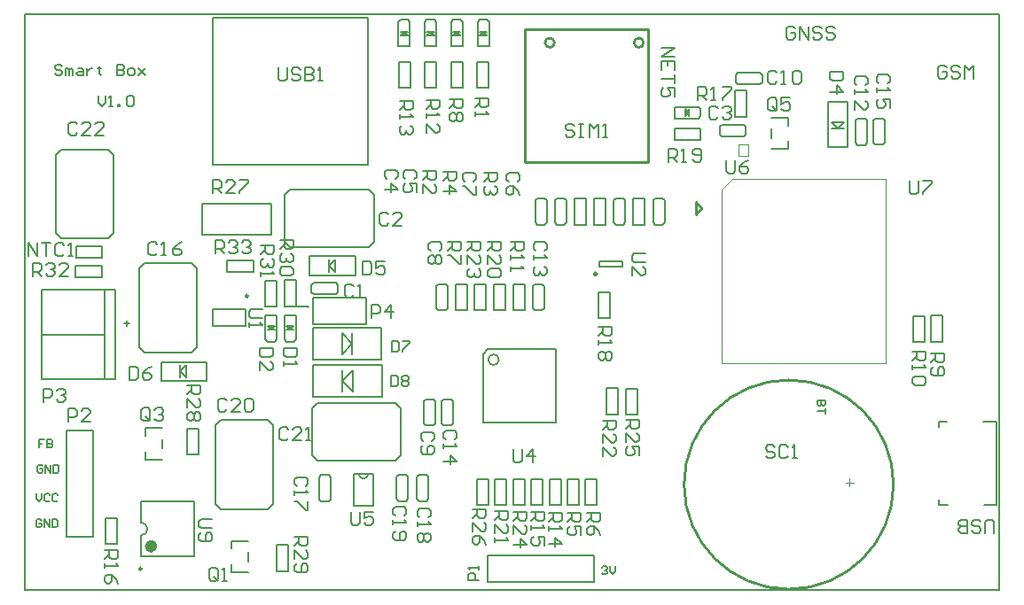
<source format=gto>
%FSLAX25Y25*%
%MOIN*%
G70*
G01*
G75*
%ADD10C,0.02000*%
%ADD11R,0.07874X0.07874*%
%ADD12R,0.03347X0.02756*%
%ADD13R,0.02756X0.08268*%
%ADD14R,0.02559X0.04843*%
%ADD15R,0.19685X0.05118*%
%ADD16R,0.04724X0.09843*%
%ADD17R,0.09843X0.05906*%
%ADD18O,0.01378X0.06890*%
%ADD19R,0.01378X0.01181*%
%ADD20R,0.01378X0.00984*%
%ADD21R,0.01181X0.01181*%
%ADD22O,0.04724X0.00984*%
%ADD23R,0.04724X0.01772*%
%ADD24O,0.04724X0.01772*%
%ADD25O,0.00984X0.04724*%
%ADD26O,0.01772X0.04724*%
%ADD27R,0.07480X0.05512*%
%ADD28R,0.05315X0.01654*%
%ADD29R,0.03937X0.03150*%
%ADD30R,0.03150X0.03937*%
%ADD31R,0.09843X0.11811*%
%ADD32O,0.07087X0.02362*%
%ADD33O,0.02362X0.07087*%
%ADD34O,0.03543X0.01969*%
%ADD35R,0.03543X0.01969*%
%ADD36O,0.03543X0.01969*%
%ADD37R,0.01575X0.03347*%
%ADD38R,0.03937X0.02362*%
%ADD39R,0.02756X0.03347*%
G04:AMPARAMS|DCode=40|XSize=35.43mil|YSize=157.48mil|CornerRadius=1.77mil|HoleSize=0mil|Usage=FLASHONLY|Rotation=0.000|XOffset=0mil|YOffset=0mil|HoleType=Round|Shape=RoundedRectangle|*
%AMROUNDEDRECTD40*
21,1,0.03543,0.15394,0,0,0.0*
21,1,0.03189,0.15748,0,0,0.0*
1,1,0.00354,0.01595,-0.07697*
1,1,0.00354,-0.01595,-0.07697*
1,1,0.00354,-0.01595,0.07697*
1,1,0.00354,0.01595,0.07697*
%
%ADD40ROUNDEDRECTD40*%
%ADD41R,0.05906X0.03937*%
%ADD42R,0.05118X0.19685*%
%ADD43R,0.03937X0.05906*%
%ADD44C,0.04000*%
%ADD45C,0.01000*%
%ADD46C,0.01500*%
%ADD47C,0.00800*%
%ADD48C,0.03000*%
%ADD49C,0.07000*%
%ADD50R,0.16830X0.03653*%
%ADD51C,0.00500*%
%ADD52C,0.05906*%
%ADD53R,0.05906X0.05906*%
%ADD54C,0.11811*%
%ADD55O,0.07874X0.15748*%
%ADD56C,0.03228*%
%ADD57R,0.05906X0.05906*%
%ADD58C,0.07874*%
%ADD59R,0.07874X0.07874*%
%ADD60O,0.11811X0.07874*%
%ADD61R,0.11811X0.07874*%
G04:AMPARAMS|DCode=62|XSize=51.18mil|YSize=173.23mil|CornerRadius=2.56mil|HoleSize=0mil|Usage=FLASHONLY|Rotation=0.000|XOffset=0mil|YOffset=0mil|HoleType=Round|Shape=RoundedRectangle|*
%AMROUNDEDRECTD62*
21,1,0.05118,0.16811,0,0,0.0*
21,1,0.04606,0.17323,0,0,0.0*
1,1,0.00512,0.02303,-0.08406*
1,1,0.00512,-0.02303,-0.08406*
1,1,0.00512,-0.02303,0.08406*
1,1,0.00512,0.02303,0.08406*
%
%ADD62ROUNDEDRECTD62*%
%ADD63C,0.03000*%
%ADD64C,0.04000*%
%ADD65C,0.02000*%
%ADD66C,0.06000*%
%ADD67R,0.03937X0.07087*%
%ADD68R,0.11811X0.08661*%
%ADD69C,0.00984*%
%ADD70C,0.02362*%
%ADD71C,0.00787*%
%ADD72C,0.00300*%
%ADD73C,0.00400*%
%ADD74C,0.00493*%
%ADD75C,0.00700*%
D45*
X175539Y-80200D02*
G03*
X175539Y-80200I-583J0D01*
G01*
X287015Y-159500D02*
G03*
X287015Y-159500I-39370J0D01*
G01*
X194656Y-38300D02*
Y11800D01*
X148556D02*
X194656D01*
X148556Y-38300D02*
Y11800D01*
Y-38300D02*
X194656D01*
X212606Y-57650D02*
Y-53150D01*
Y-57650D02*
X214856Y-55400D01*
X212606Y-53150D02*
X214856Y-55400D01*
X193037Y6781D02*
G03*
X193037Y6781I-1772J0D01*
G01*
X159572D02*
G03*
X159572Y6781I-1772J0D01*
G01*
D47*
X176525Y-77500D02*
Y-75500D01*
X185187D01*
Y-77500D02*
Y-75500D01*
X176525Y-77500D02*
X185187D01*
D51*
X138656Y-112500D02*
G03*
X138656Y-112500I-2000J0D01*
G01*
X85990Y-155438D02*
G03*
X89533Y-155438I1772J0D01*
G01*
X94718Y-126406D02*
Y-114594D01*
X68734D02*
X94718D01*
X68734Y-126406D02*
Y-114594D01*
Y-126406D02*
X94718D01*
X83694Y-124437D02*
Y-116563D01*
X79757Y-124437D02*
Y-116563D01*
Y-120500D02*
X83694Y-124437D01*
X79757Y-120500D02*
X83694Y-116563D01*
X68582Y-112406D02*
Y-100594D01*
Y-112406D02*
X94566D01*
Y-100594D01*
X68582D02*
X94566D01*
X79606Y-110437D02*
Y-102563D01*
X83543Y-110437D02*
Y-102563D01*
X79606D02*
X83543Y-106500D01*
X79606Y-110437D02*
X83543Y-106500D01*
X130591Y14587D02*
X131378Y15374D01*
X132756Y9567D02*
Y10945D01*
X134134Y9567D01*
X131378D02*
X132756Y10945D01*
X131378Y9567D02*
X134134D01*
X131378Y10945D02*
X134134D01*
X134134Y15374D02*
X134921Y14587D01*
X130591Y5531D02*
Y14587D01*
X131378Y15374D02*
X134134D01*
X134921Y5531D02*
Y14587D01*
X130591Y5531D02*
X134921D01*
X120691Y14587D02*
X121478Y15374D01*
X122856Y9567D02*
Y10945D01*
X124234Y9567D01*
X121478D02*
X122856Y10945D01*
X121478Y9567D02*
X124234D01*
X121478Y10945D02*
X124234D01*
X124234Y15374D02*
X125021Y14587D01*
X120691Y5531D02*
Y14587D01*
X121478Y15374D02*
X124234D01*
X125021Y5531D02*
Y14587D01*
X120691Y5531D02*
X125021D01*
X110791Y14587D02*
X111578Y15374D01*
X112956Y9567D02*
Y10945D01*
X114334Y9567D01*
X111578D02*
X112956Y10945D01*
X111578Y9567D02*
X114334D01*
X111578Y10945D02*
X114334D01*
X114334Y15374D02*
X115121Y14587D01*
X110791Y5531D02*
Y14587D01*
X111578Y15374D02*
X114334D01*
X115121Y5531D02*
Y14587D01*
X110791Y5531D02*
X115121D01*
X100891Y14587D02*
X101678Y15374D01*
X103056Y9567D02*
Y10945D01*
X104434Y9567D01*
X101678D02*
X103056Y10945D01*
X101678Y9567D02*
X104434D01*
X101678Y10945D02*
X104434D01*
X104434Y15374D02*
X105221Y14587D01*
X100891Y5531D02*
Y14587D01*
X101678Y15374D02*
X104434D01*
X105221Y5531D02*
Y14587D01*
X100891Y5531D02*
X105221D01*
X66759Y-92469D02*
X67169Y-92878D01*
X62321Y-92469D02*
X66759D01*
X305265Y-105774D02*
Y-95932D01*
X300935Y-105774D02*
Y-95932D01*
X305265D01*
X300935Y-105774D02*
X305265D01*
X298821Y-105874D02*
Y-96031D01*
X294491Y-105874D02*
Y-96031D01*
X298821D01*
X294491Y-105874D02*
X298821D01*
X-27927Y-64875D02*
X-25958Y-66843D01*
X-8242D02*
X-6273Y-64875D01*
X-27927Y-35347D02*
X-25958Y-33379D01*
Y-66843D02*
X-8242D01*
X-25958Y-33379D02*
X-8242D01*
X-6273Y-64875D02*
Y-35347D01*
X-27927Y-64875D02*
Y-35347D01*
X-8242Y-33379D02*
X-6273Y-35347D01*
X53206Y-65505D02*
Y-53694D01*
X27221D02*
X53206D01*
X27221Y-65505D02*
Y-53694D01*
Y-65505D02*
X53206D01*
X31188Y-39000D02*
X89456D01*
X31188D02*
Y16118D01*
X89456D01*
Y-39000D02*
Y16118D01*
X134561Y-108579D02*
X160152D01*
X132593Y-110547D02*
X134562Y-108579D01*
X132593Y-136138D02*
Y-110547D01*
X132593Y-136138D02*
X160152D01*
Y-108579D01*
X320656Y-135752D02*
X325609D01*
X321056Y-167300D02*
X325609D01*
X303956D02*
X307556D01*
X303956D02*
Y-165300D01*
Y-137721D02*
Y-135752D01*
X306956D01*
X325609Y-167300D02*
Y-135752D01*
X84218Y-167642D02*
Y-155438D01*
X91305D01*
X84218Y-167642D02*
X91305D01*
Y-155438D01*
X37988Y-192469D02*
X44287D01*
X37988Y-180657D02*
X44287D01*
Y-188335D02*
Y-184791D01*
X37988Y-192469D02*
Y-189516D01*
Y-183610D02*
Y-180657D01*
X-33286Y-103000D02*
X-9664D01*
X-33286Y-86189D02*
X-5727D01*
X-33286Y-119811D02*
X-5727D01*
X-33286D02*
Y-86189D01*
X-5727Y-119811D02*
Y-86189D01*
X-9664Y-119811D02*
Y-86189D01*
X-10526Y-74121D02*
Y-69791D01*
X-20369Y-74121D02*
Y-69791D01*
Y-74121D02*
X-10526D01*
X-20369Y-69791D02*
X-10526D01*
X263656Y-25400D02*
X268380D01*
X266018D02*
X268380Y-23038D01*
X263656D02*
X268380D01*
X263656D02*
X266018Y-25400D01*
X262513Y-15441D02*
X269599D01*
X262513Y-32500D02*
Y-15441D01*
Y-32500D02*
X269599D01*
Y-15441D01*
X89653Y-70027D02*
X91621Y-68058D01*
X60125Y-48373D02*
X89653D01*
X60125Y-70027D02*
X89653D01*
X91621Y-68058D02*
Y-50342D01*
X58157Y-68058D02*
Y-50342D01*
X89653Y-48373D02*
X91621Y-50342D01*
X58157Y-68058D02*
X60125Y-70027D01*
X58157Y-50342D02*
X60125Y-48373D01*
X68226Y-87178D02*
X69013Y-87965D01*
X68226Y-84422D02*
X69013Y-83635D01*
X77281D02*
X78069Y-84422D01*
X77281Y-87965D02*
X78069Y-87178D01*
X69013Y-87965D02*
X77281D01*
X78069Y-87178D02*
Y-84422D01*
X68226Y-87178D02*
Y-84422D01*
X69013Y-83635D02*
X77281D01*
X204731Y-21665D02*
Y-17335D01*
Y-21665D02*
X213787D01*
X214574Y-20878D02*
Y-18122D01*
X204731Y-17335D02*
X213787D01*
X213787Y-21665D02*
X214574Y-20878D01*
X210145Y-20878D02*
Y-18122D01*
X208767Y-20878D02*
Y-18122D01*
X210145Y-19500D01*
X208767Y-20878D02*
X210145Y-19500D01*
X208767D02*
X210145D01*
X213787Y-17335D02*
X214574Y-18122D01*
X150791Y-157426D02*
X155121D01*
X150791Y-167269D02*
X155121D01*
Y-157426D01*
X150791Y-167269D02*
Y-157426D01*
X171191Y-167269D02*
X175521D01*
X171191Y-157426D02*
X175521D01*
X171191Y-167269D02*
Y-157426D01*
X175521Y-167269D02*
Y-157426D01*
X157590Y-167269D02*
X161921D01*
X157590Y-157426D02*
X161921D01*
X157590Y-167269D02*
Y-157426D01*
X161921Y-167269D02*
Y-157426D01*
X117091Y-128113D02*
X117878Y-127326D01*
X120634D02*
X121421Y-128113D01*
X120634Y-137169D02*
X121421Y-136381D01*
X117091D02*
X117878Y-137169D01*
X117091Y-136381D02*
Y-128113D01*
X117878Y-137169D02*
X120634D01*
X117878Y-127326D02*
X120634D01*
X121421Y-136381D02*
Y-128113D01*
X151291Y-84813D02*
X152078Y-84026D01*
X154834D02*
X155621Y-84813D01*
X154834Y-93868D02*
X155621Y-93081D01*
X151291D02*
X152078Y-93868D01*
X151291Y-93081D02*
Y-84813D01*
X152078Y-93868D02*
X154834D01*
X152078Y-84026D02*
X154834D01*
X155621Y-93081D02*
Y-84813D01*
X113978Y-137174D02*
X114765Y-136387D01*
X110435D02*
X111222Y-137174D01*
X110435Y-128119D02*
X111222Y-127331D01*
X113978D02*
X114765Y-128119D01*
Y-136387D02*
Y-128119D01*
X111222Y-127331D02*
X113978D01*
X111222Y-137174D02*
X113978D01*
X110435Y-136387D02*
Y-128119D01*
X164391Y-157426D02*
X168721D01*
X164391Y-167269D02*
X168721D01*
Y-157426D01*
X164391Y-167269D02*
Y-157426D01*
X100935Y-10174D02*
X105265D01*
X100935Y-332D02*
X105265D01*
X100935Y-10174D02*
Y-332D01*
X105265Y-10174D02*
Y-332D01*
X110691Y-10174D02*
X115021D01*
X110691Y-332D02*
X115021D01*
X110691Y-10174D02*
Y-332D01*
X115021Y-10174D02*
Y-332D01*
X120591Y-10174D02*
X124921D01*
X120591Y-332D02*
X124921D01*
X120591Y-10174D02*
Y-332D01*
X124921Y-10174D02*
Y-332D01*
X115091Y-84813D02*
X115878Y-84026D01*
X118634D02*
X119421Y-84813D01*
X118634Y-93868D02*
X119421Y-93081D01*
X115091D02*
X115878Y-93868D01*
X115091Y-93081D02*
Y-84813D01*
X115878Y-93868D02*
X118634D01*
X115878Y-84026D02*
X118634D01*
X119421Y-93081D02*
Y-84813D01*
X130491Y-10174D02*
X134821D01*
X130491Y-332D02*
X134821D01*
X130491Y-10174D02*
Y-332D01*
X134821Y-10174D02*
Y-332D01*
X122331Y-84026D02*
X126661D01*
X122331Y-93868D02*
X126661D01*
Y-84026D01*
X122331Y-93868D02*
Y-84026D01*
X144051Y-93868D02*
X148381D01*
X144051Y-84026D02*
X148381D01*
X144051Y-93868D02*
Y-84026D01*
X148381Y-93868D02*
Y-84026D01*
X130391Y-157426D02*
X134721D01*
X130391Y-167269D02*
X134721D01*
Y-157426D01*
X130391Y-167269D02*
Y-157426D01*
X240968Y-21431D02*
X247268D01*
X240968Y-33242D02*
X247268D01*
X240968Y-29109D02*
Y-25565D01*
X247268Y-24384D02*
Y-21431D01*
Y-33242D02*
Y-30290D01*
X186391Y-133174D02*
X190721D01*
X186391Y-123331D02*
X190721D01*
X186391Y-133174D02*
Y-123331D01*
X190721Y-133174D02*
Y-123331D01*
X129571Y-93868D02*
X133901D01*
X129571Y-84026D02*
X133901D01*
X129571Y-93868D02*
Y-84026D01*
X133901Y-93868D02*
Y-84026D01*
X143991Y-157426D02*
X148321D01*
X143991Y-167269D02*
X148321D01*
Y-157426D01*
X143991Y-167269D02*
Y-157426D01*
X179091Y-123226D02*
X183421D01*
X179091Y-133069D02*
X183421D01*
Y-123226D01*
X179091Y-133069D02*
Y-123226D01*
X136811Y-84026D02*
X141141D01*
X136811Y-93868D02*
X141141D01*
Y-84026D01*
X136811Y-93868D02*
Y-84026D01*
X137191Y-167269D02*
X141521D01*
X137191Y-157426D02*
X141521D01*
X137191Y-167269D02*
Y-157426D01*
X141521Y-167269D02*
Y-157426D01*
X272791Y-22613D02*
X273578Y-21826D01*
X276334D02*
X277121Y-22613D01*
X276334Y-31668D02*
X277121Y-30881D01*
X272791D02*
X273578Y-31668D01*
X272791Y-30881D02*
Y-22613D01*
X273578Y-31668D02*
X276334D01*
X273578Y-21826D02*
X276334D01*
X277121Y-30881D02*
Y-22613D01*
X279391Y-22513D02*
X280178Y-21726D01*
X282934D02*
X283721Y-22513D01*
X282934Y-31569D02*
X283721Y-30781D01*
X279391D02*
X280178Y-31569D01*
X279391Y-30781D02*
Y-22513D01*
X280178Y-31569D02*
X282934D01*
X280178Y-21726D02*
X282934D01*
X283721Y-30781D02*
Y-22513D01*
X214574Y-29665D02*
Y-25335D01*
X204731Y-29665D02*
Y-25335D01*
Y-29665D02*
X214574D01*
X204731Y-25335D02*
X214574D01*
X176135Y-96974D02*
X180465D01*
X176135Y-87132D02*
X180465D01*
X176135Y-96974D02*
Y-87132D01*
X180465Y-96974D02*
Y-87132D01*
X196590Y-52619D02*
X197378Y-51832D01*
X200134D02*
X200921Y-52619D01*
X200134Y-61674D02*
X200921Y-60887D01*
X196590D02*
X197378Y-61674D01*
X196590Y-60887D02*
Y-52619D01*
X197378Y-61674D02*
X200134D01*
X197378Y-51832D02*
X200134D01*
X200921Y-60887D02*
Y-52619D01*
X181824D02*
X182611Y-51832D01*
X185367D02*
X186155Y-52619D01*
X185367Y-61674D02*
X186155Y-60887D01*
X181824D02*
X182611Y-61674D01*
X181824Y-60887D02*
Y-52619D01*
X182611Y-61674D02*
X185367D01*
X182611Y-51832D02*
X185367D01*
X186155Y-60887D02*
Y-52619D01*
X174441Y-61674D02*
X178771D01*
X174441Y-51832D02*
X178771D01*
X174441Y-61674D02*
Y-51832D01*
X178771Y-61674D02*
Y-51832D01*
X189207Y-61674D02*
X193538D01*
X189207Y-51832D02*
X193538D01*
X189207Y-61674D02*
Y-51832D01*
X193538Y-61674D02*
Y-51832D01*
X167057Y-61674D02*
X171388D01*
X167057Y-51832D02*
X171388D01*
X167057Y-61674D02*
Y-51832D01*
X171388Y-61674D02*
Y-51832D01*
X152291Y-52619D02*
X153078Y-51832D01*
X155834D02*
X156621Y-52619D01*
X155834Y-61674D02*
X156621Y-60887D01*
X152291D02*
X153078Y-61674D01*
X152291Y-60887D02*
Y-52619D01*
X153078Y-61674D02*
X155834D01*
X153078Y-51832D02*
X155834D01*
X156621Y-60887D02*
Y-52619D01*
X159674D02*
X160461Y-51832D01*
X163217D02*
X164005Y-52619D01*
X163217Y-61674D02*
X164005Y-60887D01*
X159674D02*
X160461Y-61674D01*
X159674Y-60887D02*
Y-52619D01*
X160461Y-61674D02*
X163217D01*
X160461Y-51832D02*
X163217D01*
X164005Y-60887D02*
Y-52619D01*
X221726Y-27678D02*
X222513Y-28465D01*
X221726Y-24922D02*
X222513Y-24135D01*
X230781D02*
X231569Y-24922D01*
X230781Y-28465D02*
X231569Y-27678D01*
X222513Y-28465D02*
X230781D01*
X231569Y-27678D02*
Y-24922D01*
X221726Y-27678D02*
Y-24922D01*
X222513Y-24135D02*
X230781D01*
X236842Y-4635D02*
X237630Y-5422D01*
X236842Y-8965D02*
X237630Y-8178D01*
X227787D02*
X228575Y-8965D01*
X227787Y-5422D02*
X228575Y-4635D01*
X236842D01*
X227787Y-8178D02*
Y-5422D01*
X237630Y-8178D02*
Y-5422D01*
X228575Y-8965D02*
X236842D01*
X227435Y-11226D02*
X231765D01*
X227435Y-21068D02*
X231765D01*
Y-11226D01*
X227435Y-21068D02*
Y-11226D01*
X36550Y-79568D02*
Y-75237D01*
X46393Y-79568D02*
Y-75237D01*
X36550D02*
X46393D01*
X36550Y-79568D02*
X46393D01*
X99909Y-150527D02*
X101877Y-148558D01*
X70381Y-128873D02*
X99909D01*
X70381Y-150527D02*
X99909D01*
X101877Y-148558D02*
Y-130842D01*
X68413Y-148558D02*
Y-130842D01*
X99909Y-128873D02*
X101877Y-130842D01*
X68413Y-148558D02*
X70381Y-150527D01*
X68413Y-130842D02*
X70381Y-128873D01*
X18800Y-119224D02*
Y-114500D01*
Y-116862D02*
X21162Y-119224D01*
Y-114500D01*
X18800Y-116862D02*
X21162Y-114500D01*
X28759Y-120443D02*
Y-113357D01*
X11700D02*
X28759D01*
X11700Y-120443D02*
Y-113357D01*
Y-120443D02*
X28759D01*
X61534Y-105674D02*
X62321Y-104887D01*
X60156Y-101245D02*
Y-99867D01*
X58778D02*
X60156Y-101245D01*
X61534Y-99867D01*
X58778D02*
X61534D01*
X58778Y-101245D02*
X61534D01*
X57991Y-104887D02*
X58778Y-105674D01*
X62321Y-104887D02*
Y-95832D01*
X58778Y-105674D02*
X61534D01*
X57991Y-104887D02*
Y-95832D01*
X62321D01*
X54412Y-105707D02*
X55199Y-104920D01*
X53034Y-101278D02*
Y-99900D01*
X51656D02*
X53034Y-101278D01*
X54412Y-99900D01*
X51656D02*
X54412D01*
X51656Y-101278D02*
X54412D01*
X50868Y-104920D02*
X51656Y-105707D01*
X55199Y-104920D02*
Y-95865D01*
X51656Y-105707D02*
X54412D01*
X50868Y-104920D02*
Y-95865D01*
X55199D01*
X-20474Y-81521D02*
Y-77191D01*
X-10632Y-81521D02*
Y-77191D01*
X-20474D02*
X-10632D01*
X-20474Y-81521D02*
X-10632D01*
X57991Y-82626D02*
X62321D01*
X57991Y-92469D02*
X62321D01*
Y-82626D01*
X57991Y-92469D02*
Y-82626D01*
X50769Y-82659D02*
X55099D01*
X50769Y-92502D02*
X55099D01*
Y-82659D01*
X50769Y-92502D02*
Y-82659D01*
X55090Y-192074D02*
X59421D01*
X55090Y-182231D02*
X59421D01*
X55090Y-192074D02*
Y-182231D01*
X59421Y-192074D02*
Y-182231D01*
X74628Y-79490D02*
Y-74766D01*
Y-77128D02*
X76990Y-79490D01*
Y-74766D01*
X74628Y-77128D02*
X76990Y-74766D01*
X84587Y-80709D02*
Y-73623D01*
X67528D02*
X84587D01*
X67528Y-80709D02*
Y-73623D01*
Y-80709D02*
X84587D01*
X5832Y-150068D02*
X12132D01*
X5832Y-138258D02*
X12132D01*
Y-145935D02*
Y-142391D01*
X5832Y-150068D02*
Y-147116D01*
Y-141210D02*
Y-138258D01*
X21535Y-138326D02*
X25865D01*
X21535Y-148169D02*
X25865D01*
Y-138326D01*
X21535Y-148169D02*
Y-138326D01*
X74634Y-165774D02*
X75421Y-164987D01*
X71091D02*
X71878Y-165774D01*
X71091Y-156719D02*
X71878Y-155931D01*
X74634D02*
X75421Y-156719D01*
Y-164987D02*
Y-156719D01*
X71878Y-155931D02*
X74634D01*
X71878Y-165774D02*
X74634D01*
X71091Y-164987D02*
Y-156719D01*
X32173Y-166753D02*
X34142Y-168721D01*
X53827Y-166753D02*
Y-137225D01*
X32173Y-166753D02*
Y-137225D01*
X34142Y-168721D02*
X51858D01*
X34142Y-135257D02*
X51858D01*
Y-168721D02*
X53827Y-166753D01*
X32173Y-137225D02*
X34142Y-135257D01*
X51858D02*
X53827Y-137225D01*
X23058Y-76279D02*
X25027Y-78247D01*
X3373Y-107775D02*
Y-78247D01*
X25027Y-107775D02*
Y-78247D01*
X5342Y-76279D02*
X23058D01*
X5342Y-109743D02*
X23058D01*
X3373Y-78247D02*
X5342Y-76279D01*
X23058Y-109743D02*
X25027Y-107775D01*
X3373D02*
X5342Y-109743D01*
X-9309Y-172026D02*
X-4979D01*
X-9309Y-181869D02*
X-4979D01*
Y-172026D01*
X-9309Y-181869D02*
Y-172026D01*
X100235Y-156613D02*
X101022Y-155826D01*
X103778D02*
X104565Y-156613D01*
X103778Y-165668D02*
X104565Y-164881D01*
X100235D02*
X101022Y-165668D01*
X100235Y-164881D02*
Y-156613D01*
X101022Y-165668D02*
X103778D01*
X101022Y-155826D02*
X103778D01*
X104565Y-164881D02*
Y-156613D01*
X111378Y-165674D02*
X112165Y-164887D01*
X107835D02*
X108622Y-165674D01*
X107835Y-156619D02*
X108622Y-155832D01*
X111378D02*
X112165Y-156619D01*
Y-164887D02*
Y-156619D01*
X108622Y-155832D02*
X111378D01*
X108622Y-165674D02*
X111378D01*
X107835Y-164887D02*
Y-156619D01*
X98100Y-118501D02*
Y-122500D01*
X100099D01*
X100766Y-121834D01*
Y-119168D01*
X100099Y-118501D01*
X98100D01*
X102099Y-119168D02*
X102765Y-118501D01*
X104098D01*
X104764Y-119168D01*
Y-119834D01*
X104098Y-120501D01*
X104764Y-121167D01*
Y-121834D01*
X104098Y-122500D01*
X102765D01*
X102099Y-121834D01*
Y-121167D01*
X102765Y-120501D01*
X102099Y-119834D01*
Y-119168D01*
X102765Y-120501D02*
X104098D01*
X98300Y-105401D02*
Y-109400D01*
X100299D01*
X100966Y-108733D01*
Y-106068D01*
X100299Y-105401D01*
X98300D01*
X102299D02*
X104964D01*
Y-106068D01*
X102299Y-108733D01*
Y-109400D01*
X131050Y-195550D02*
X127051D01*
Y-193551D01*
X127718Y-192884D01*
X129051D01*
X129717Y-193551D01*
Y-195550D01*
X131050Y-191551D02*
Y-190218D01*
Y-190885D01*
X127051D01*
X127718Y-191551D01*
X-12000Y-13001D02*
Y-15667D01*
X-10667Y-17000D01*
X-9334Y-15667D01*
Y-13001D01*
X-8001Y-17000D02*
X-6668D01*
X-7335D01*
Y-13001D01*
X-8001Y-13668D01*
X-4669Y-17000D02*
Y-16333D01*
X-4003D01*
Y-17000D01*
X-4669D01*
X-1337Y-13668D02*
X-670Y-13001D01*
X663D01*
X1329Y-13668D01*
Y-16333D01*
X663Y-17000D01*
X-670D01*
X-1337Y-16333D01*
Y-13668D01*
X-25434Y-2268D02*
X-26101Y-1601D01*
X-27434D01*
X-28100Y-2268D01*
Y-2934D01*
X-27434Y-3601D01*
X-26101D01*
X-25434Y-4267D01*
Y-4934D01*
X-26101Y-5600D01*
X-27434D01*
X-28100Y-4934D01*
X-24101Y-5600D02*
Y-2934D01*
X-23435D01*
X-22768Y-3601D01*
Y-5600D01*
Y-3601D01*
X-22102Y-2934D01*
X-21436Y-3601D01*
Y-5600D01*
X-19436Y-2934D02*
X-18103D01*
X-17437Y-3601D01*
Y-5600D01*
X-19436D01*
X-20103Y-4934D01*
X-19436Y-4267D01*
X-17437D01*
X-16104Y-2934D02*
Y-5600D01*
Y-4267D01*
X-15437Y-3601D01*
X-14771Y-2934D01*
X-14105D01*
X-11439Y-2268D02*
Y-2934D01*
X-12105D01*
X-10772D01*
X-11439D01*
Y-4934D01*
X-10772Y-5600D01*
X-4774Y-1601D02*
Y-5600D01*
X-2775D01*
X-2108Y-4934D01*
Y-4267D01*
X-2775Y-3601D01*
X-4774D01*
X-2775D01*
X-2108Y-2934D01*
Y-2268D01*
X-2775Y-1601D01*
X-4774D01*
X-109Y-5600D02*
X1224D01*
X1890Y-4934D01*
Y-3601D01*
X1224Y-2934D01*
X-109D01*
X-776Y-3601D01*
Y-4934D01*
X-109Y-5600D01*
X3223Y-2934D02*
X5889Y-5600D01*
X4556Y-4267D01*
X5889Y-2934D01*
X3223Y-5600D01*
X261399Y-127800D02*
X258400D01*
Y-129299D01*
X258900Y-129799D01*
X259400D01*
X259899Y-129299D01*
Y-127800D01*
Y-129299D01*
X260399Y-129799D01*
X260899D01*
X261399Y-129299D01*
Y-127800D01*
Y-130799D02*
Y-132798D01*
Y-131799D01*
X258400D01*
X-32101Y-142501D02*
X-34100D01*
Y-144000D01*
X-33100D01*
X-34100D01*
Y-145500D01*
X-31101Y-142501D02*
Y-145500D01*
X-29601D01*
X-29102Y-145000D01*
Y-144500D01*
X-29601Y-144000D01*
X-31101D01*
X-29601D01*
X-29102Y-143501D01*
Y-143001D01*
X-29601Y-142501D01*
X-31101D01*
X-32901Y-152601D02*
X-33400Y-152101D01*
X-34400D01*
X-34900Y-152601D01*
Y-154600D01*
X-34400Y-155100D01*
X-33400D01*
X-32901Y-154600D01*
Y-153601D01*
X-33900D01*
X-31901Y-155100D02*
Y-152101D01*
X-29902Y-155100D01*
Y-152101D01*
X-28902D02*
Y-155100D01*
X-27402D01*
X-26903Y-154600D01*
Y-152601D01*
X-27402Y-152101D01*
X-28902D01*
X-35200Y-162901D02*
Y-164900D01*
X-34200Y-165900D01*
X-33201Y-164900D01*
Y-162901D01*
X-30202Y-163401D02*
X-30701Y-162901D01*
X-31701D01*
X-32201Y-163401D01*
Y-165400D01*
X-31701Y-165900D01*
X-30701D01*
X-30202Y-165400D01*
X-27203Y-163401D02*
X-27702Y-162901D01*
X-28702D01*
X-29202Y-163401D01*
Y-165400D01*
X-28702Y-165900D01*
X-27702D01*
X-27203Y-165400D01*
X-33301Y-173101D02*
X-33801Y-172601D01*
X-34800D01*
X-35300Y-173101D01*
Y-175100D01*
X-34800Y-175600D01*
X-33801D01*
X-33301Y-175100D01*
Y-174100D01*
X-34300D01*
X-32301Y-175600D02*
Y-172601D01*
X-30302Y-175600D01*
Y-172601D01*
X-29302D02*
Y-175600D01*
X-27802D01*
X-27303Y-175100D01*
Y-173101D01*
X-27802Y-172601D01*
X-29302D01*
X177300Y-190701D02*
X177800Y-190201D01*
X178799D01*
X179299Y-190701D01*
Y-191201D01*
X178799Y-191700D01*
X178300D01*
X178799D01*
X179299Y-192200D01*
Y-192700D01*
X178799Y-193200D01*
X177800D01*
X177300Y-192700D01*
X180299Y-190201D02*
Y-192200D01*
X181299Y-193200D01*
X182298Y-192200D01*
Y-190201D01*
X-1201Y-97900D02*
Y-99899D01*
X-201Y-98900D02*
X-2200D01*
X-39500Y-199135D02*
Y17400D01*
Y-199135D02*
X326642D01*
Y17400D01*
X-39500D02*
X326642D01*
D69*
X44441Y-88533D02*
G03*
X44441Y-88533I-492J0D01*
G01*
X4374Y-191200D02*
G03*
X4374Y-191200I-492J0D01*
G01*
D70*
X9079Y-182696D02*
G03*
X9079Y-182696I-1181J0D01*
G01*
D71*
X3961Y-178700D02*
G03*
X3961Y-173700I0J2500D01*
G01*
X174400Y-196200D02*
Y-186200D01*
X134400Y-196200D02*
X174400D01*
X134400Y-186200D02*
X174400D01*
X134400Y-196200D02*
Y-186200D01*
X88700Y-99200D02*
Y-89200D01*
X68700Y-99200D02*
X88700D01*
X68700D02*
Y-89200D01*
X88700D01*
X31154Y-99852D02*
Y-93553D01*
X43358Y-99852D02*
Y-93553D01*
X31154Y-99852D02*
X43358D01*
X31154Y-93553D02*
X43358D01*
X24039Y-186633D02*
Y-165767D01*
X3961Y-173700D02*
Y-165767D01*
Y-186633D02*
Y-178700D01*
Y-165767D02*
X24039D01*
X3961Y-186633D02*
X24039D01*
X-23944Y-139300D02*
X-13944D01*
Y-179300D02*
Y-139300D01*
X-23944Y-179300D02*
Y-139300D01*
Y-179300D02*
X-13944D01*
D72*
X228900Y-35800D02*
Y-31469D01*
Y-35800D02*
X232443D01*
X228900Y-31469D02*
X232443D01*
Y-35800D02*
Y-31469D01*
D73*
X222250Y-113865D02*
Y-103000D01*
Y-48573D01*
X284061Y-113865D02*
Y-44573D01*
X222250Y-113865D02*
X284061D01*
X226250Y-44573D02*
X284061D01*
X222250Y-48573D02*
X226250Y-44573D01*
D74*
X270556Y-160300D02*
Y-157100D01*
X269156Y-158800D02*
X271956D01*
D75*
X-19768Y-23935D02*
X-20601Y-23102D01*
X-22267D01*
X-23100Y-23935D01*
Y-27267D01*
X-22267Y-28100D01*
X-20601D01*
X-19768Y-27267D01*
X-14769Y-28100D02*
X-18102D01*
X-14769Y-24768D01*
Y-23935D01*
X-15602Y-23102D01*
X-17269D01*
X-18102Y-23935D01*
X-9771Y-28100D02*
X-13103D01*
X-9771Y-24768D01*
Y-23935D01*
X-10604Y-23102D01*
X-12270D01*
X-13103Y-23935D01*
X49598Y-93600D02*
X45433D01*
X44600Y-94433D01*
Y-96099D01*
X45433Y-96932D01*
X49598D01*
X44600Y-98598D02*
Y-100265D01*
Y-99431D01*
X49598D01*
X48765Y-98598D01*
X224200Y-37402D02*
Y-41567D01*
X225033Y-42400D01*
X226699D01*
X227532Y-41567D01*
Y-37402D01*
X232531D02*
X230865Y-38235D01*
X229198Y-39901D01*
Y-41567D01*
X230031Y-42400D01*
X231698D01*
X232531Y-41567D01*
Y-40734D01*
X231698Y-39901D01*
X229198D01*
X55600Y-2502D02*
Y-6667D01*
X56433Y-7500D01*
X58099D01*
X58932Y-6667D01*
Y-2502D01*
X63931Y-3335D02*
X63098Y-2502D01*
X61431D01*
X60598Y-3335D01*
Y-4168D01*
X61431Y-5001D01*
X63098D01*
X63931Y-5834D01*
Y-6667D01*
X63098Y-7500D01*
X61431D01*
X60598Y-6667D01*
X65597Y-2502D02*
Y-7500D01*
X68096D01*
X68929Y-6667D01*
Y-5834D01*
X68096Y-5001D01*
X65597D01*
X68096D01*
X68929Y-4168D01*
Y-3335D01*
X68096Y-2502D01*
X65597D01*
X70595Y-7500D02*
X72261D01*
X71428D01*
Y-2502D01*
X70595Y-3335D01*
X144000Y-146302D02*
Y-150467D01*
X144833Y-151300D01*
X146499D01*
X147332Y-150467D01*
Y-146302D01*
X151498Y-151300D02*
Y-146302D01*
X148998Y-148801D01*
X152331D01*
X324906Y-177648D02*
Y-173483D01*
X324073Y-172650D01*
X322407D01*
X321574Y-173483D01*
Y-177648D01*
X316575Y-176815D02*
X317408Y-177648D01*
X319075D01*
X319907Y-176815D01*
Y-175982D01*
X319075Y-175149D01*
X317408D01*
X316575Y-174316D01*
Y-173483D01*
X317408Y-172650D01*
X319075D01*
X319907Y-173483D01*
X314909Y-177648D02*
Y-172650D01*
X312410D01*
X311577Y-173483D01*
Y-174316D01*
X312410Y-175149D01*
X314909D01*
X312410D01*
X311577Y-175982D01*
Y-176815D01*
X312410Y-177648D01*
X314909D01*
X30898Y-172500D02*
X26733D01*
X25900Y-173333D01*
Y-174999D01*
X26733Y-175832D01*
X30898D01*
X26733Y-177498D02*
X25900Y-178331D01*
Y-179998D01*
X26733Y-180831D01*
X30065D01*
X30898Y-179998D01*
Y-178331D01*
X30065Y-177498D01*
X29232D01*
X28399Y-178331D01*
Y-180831D01*
X293000Y-45302D02*
Y-49467D01*
X293833Y-50300D01*
X295499D01*
X296332Y-49467D01*
Y-45302D01*
X297998D02*
X301331D01*
Y-46135D01*
X297998Y-49467D01*
Y-50300D01*
X83000Y-169802D02*
Y-173967D01*
X83833Y-174800D01*
X85499D01*
X86332Y-173967D01*
Y-169802D01*
X91331D02*
X87998D01*
Y-172301D01*
X89665Y-171468D01*
X90498D01*
X91331Y-172301D01*
Y-173967D01*
X90498Y-174800D01*
X88831D01*
X87998Y-173967D01*
X193598Y-72500D02*
X189433D01*
X188600Y-73333D01*
Y-74999D01*
X189433Y-75832D01*
X193598D01*
X188600Y-80831D02*
Y-77498D01*
X191932Y-80831D01*
X192765D01*
X193598Y-79998D01*
Y-78331D01*
X192765Y-77498D01*
X166932Y-24535D02*
X166099Y-23702D01*
X164433D01*
X163600Y-24535D01*
Y-25368D01*
X164433Y-26201D01*
X166099D01*
X166932Y-27034D01*
Y-27867D01*
X166099Y-28700D01*
X164433D01*
X163600Y-27867D01*
X168598Y-23702D02*
X170264D01*
X169431D01*
Y-28700D01*
X168598D01*
X170264D01*
X172764D02*
Y-23702D01*
X174430Y-25368D01*
X176096Y-23702D01*
Y-28700D01*
X177762D02*
X179428D01*
X178595D01*
Y-23702D01*
X177762Y-24535D01*
X242332Y-145435D02*
X241499Y-144602D01*
X239833D01*
X239000Y-145435D01*
Y-146268D01*
X239833Y-147101D01*
X241499D01*
X242332Y-147934D01*
Y-148767D01*
X241499Y-149600D01*
X239833D01*
X239000Y-148767D01*
X247331Y-145435D02*
X246498Y-144602D01*
X244831D01*
X243998Y-145435D01*
Y-148767D01*
X244831Y-149600D01*
X246498D01*
X247331Y-148767D01*
X248997Y-149600D02*
X250663D01*
X249830D01*
Y-144602D01*
X248997Y-145435D01*
X301200Y-110200D02*
X306198D01*
Y-112699D01*
X305365Y-113532D01*
X303699D01*
X302866Y-112699D01*
Y-110200D01*
Y-111866D02*
X301200Y-113532D01*
X302033Y-115198D02*
X301200Y-116031D01*
Y-117698D01*
X302033Y-118531D01*
X305365D01*
X306198Y-117698D01*
Y-116031D01*
X305365Y-115198D01*
X304532D01*
X303699Y-116031D01*
Y-118531D01*
X33032Y-194967D02*
Y-191635D01*
X32199Y-190802D01*
X30533D01*
X29700Y-191635D01*
Y-194967D01*
X30533Y-195800D01*
X32199D01*
X31366Y-194134D02*
X33032Y-195800D01*
X32199D02*
X33032Y-194967D01*
X34698Y-195800D02*
X36364D01*
X35531D01*
Y-190802D01*
X34698Y-191635D01*
X-32700Y-128400D02*
Y-123402D01*
X-30201D01*
X-29368Y-124235D01*
Y-125901D01*
X-30201Y-126734D01*
X-32700D01*
X-27702Y-124235D02*
X-26869Y-123402D01*
X-25202D01*
X-24369Y-124235D01*
Y-125068D01*
X-25202Y-125901D01*
X-26035D01*
X-25202D01*
X-24369Y-126734D01*
Y-127567D01*
X-25202Y-128400D01*
X-26869D01*
X-27702Y-127567D01*
X90700Y-96900D02*
Y-91902D01*
X93199D01*
X94032Y-92735D01*
Y-94401D01*
X93199Y-95234D01*
X90700D01*
X98198Y-96900D02*
Y-91902D01*
X95698Y-94401D01*
X99031D01*
X-38200Y-73600D02*
Y-68602D01*
X-34868Y-73600D01*
Y-68602D01*
X-33202D02*
X-29869D01*
X-31536D01*
Y-73600D01*
X-24871Y-69435D02*
X-25704Y-68602D01*
X-27370D01*
X-28203Y-69435D01*
Y-72767D01*
X-27370Y-73600D01*
X-25704D01*
X-24871Y-72767D01*
X-23205Y-73600D02*
X-21539D01*
X-22372D01*
Y-68602D01*
X-23205Y-69435D01*
X249932Y12165D02*
X249099Y12998D01*
X247433D01*
X246600Y12165D01*
Y8833D01*
X247433Y8000D01*
X249099D01*
X249932Y8833D01*
Y10499D01*
X248266D01*
X251598Y8000D02*
Y12998D01*
X254931Y8000D01*
Y12998D01*
X259929Y12165D02*
X259096Y12998D01*
X257430D01*
X256597Y12165D01*
Y11332D01*
X257430Y10499D01*
X259096D01*
X259929Y9666D01*
Y8833D01*
X259096Y8000D01*
X257430D01*
X256597Y8833D01*
X264927Y12165D02*
X264094Y12998D01*
X262428D01*
X261595Y12165D01*
Y11332D01*
X262428Y10499D01*
X264094D01*
X264927Y9666D01*
Y8833D01*
X264094Y8000D01*
X262428D01*
X261595Y8833D01*
X268098Y-4200D02*
X263100D01*
Y-6699D01*
X263933Y-7532D01*
X267265D01*
X268098Y-6699D01*
Y-4200D01*
X263100Y-11698D02*
X268098D01*
X265599Y-9198D01*
Y-12531D01*
X97232Y-57935D02*
X96399Y-57102D01*
X94733D01*
X93900Y-57935D01*
Y-61267D01*
X94733Y-62100D01*
X96399D01*
X97232Y-61267D01*
X102231Y-62100D02*
X98898D01*
X102231Y-58768D01*
Y-57935D01*
X101398Y-57102D01*
X99731D01*
X98898Y-57935D01*
X83932Y-84935D02*
X83099Y-84102D01*
X81433D01*
X80600Y-84935D01*
Y-88267D01*
X81433Y-89100D01*
X83099D01*
X83932Y-88267D01*
X85598Y-89100D02*
X87265D01*
X86431D01*
Y-84102D01*
X85598Y-84935D01*
X199700Y4700D02*
X204698D01*
X199700Y1368D01*
X204698D01*
Y-3631D02*
Y-298D01*
X199700D01*
Y-3631D01*
X202199Y-298D02*
Y-1964D01*
X204698Y-5297D02*
Y-8629D01*
Y-6963D01*
X199700D01*
X204698Y-13627D02*
Y-10295D01*
X202199D01*
X203032Y-11961D01*
Y-12794D01*
X202199Y-13627D01*
X200533D01*
X199700Y-12794D01*
Y-11128D01*
X200533Y-10295D01*
X220932Y-17835D02*
X220099Y-17002D01*
X218433D01*
X217600Y-17835D01*
Y-21167D01*
X218433Y-22000D01*
X220099D01*
X220932Y-21167D01*
X222598Y-17835D02*
X223431Y-17002D01*
X225098D01*
X225931Y-17835D01*
Y-18668D01*
X225098Y-19501D01*
X224265D01*
X225098D01*
X225931Y-20334D01*
Y-21167D01*
X225098Y-22000D01*
X223431D01*
X222598Y-21167D01*
X99865Y-44432D02*
X100698Y-43599D01*
Y-41933D01*
X99865Y-41100D01*
X96533D01*
X95700Y-41933D01*
Y-43599D01*
X96533Y-44432D01*
X95700Y-48598D02*
X100698D01*
X98199Y-46098D01*
Y-49431D01*
X106765Y-44532D02*
X107598Y-43699D01*
Y-42033D01*
X106765Y-41200D01*
X103433D01*
X102600Y-42033D01*
Y-43699D01*
X103433Y-44532D01*
X107598Y-49531D02*
Y-46198D01*
X105099D01*
X105932Y-47864D01*
Y-48698D01*
X105099Y-49531D01*
X103433D01*
X102600Y-48698D01*
Y-47031D01*
X103433Y-46198D01*
X145665Y-45532D02*
X146498Y-44699D01*
Y-43033D01*
X145665Y-42200D01*
X142333D01*
X141500Y-43033D01*
Y-44699D01*
X142333Y-45532D01*
X146498Y-50531D02*
X145665Y-48864D01*
X143999Y-47198D01*
X142333D01*
X141500Y-48031D01*
Y-49698D01*
X142333Y-50531D01*
X143166D01*
X143999Y-49698D01*
Y-47198D01*
X129165Y-45432D02*
X129998Y-44599D01*
Y-42933D01*
X129165Y-42100D01*
X125833D01*
X125000Y-42933D01*
Y-44599D01*
X125833Y-45432D01*
X129998Y-47098D02*
Y-50431D01*
X129165D01*
X125833Y-47098D01*
X125000D01*
X116265Y-71532D02*
X117098Y-70699D01*
Y-69033D01*
X116265Y-68200D01*
X112933D01*
X112100Y-69033D01*
Y-70699D01*
X112933Y-71532D01*
X116265Y-73198D02*
X117098Y-74031D01*
Y-75698D01*
X116265Y-76531D01*
X115432D01*
X114599Y-75698D01*
X113766Y-76531D01*
X112933D01*
X112100Y-75698D01*
Y-74031D01*
X112933Y-73198D01*
X113766D01*
X114599Y-74031D01*
X115432Y-73198D01*
X116265D01*
X114599Y-74031D02*
Y-75698D01*
X113565Y-143132D02*
X114398Y-142299D01*
Y-140633D01*
X113565Y-139800D01*
X110233D01*
X109400Y-140633D01*
Y-142299D01*
X110233Y-143132D01*
Y-144798D02*
X109400Y-145631D01*
Y-147298D01*
X110233Y-148131D01*
X113565D01*
X114398Y-147298D01*
Y-145631D01*
X113565Y-144798D01*
X112732D01*
X111899Y-145631D01*
Y-148131D01*
X243232Y-4535D02*
X242399Y-3702D01*
X240733D01*
X239900Y-4535D01*
Y-7867D01*
X240733Y-8700D01*
X242399D01*
X243232Y-7867D01*
X244898Y-8700D02*
X246565D01*
X245731D01*
Y-3702D01*
X244898Y-4535D01*
X249064D02*
X249897Y-3702D01*
X251563D01*
X252396Y-4535D01*
Y-7867D01*
X251563Y-8700D01*
X249897D01*
X249064Y-7867D01*
Y-4535D01*
X276565Y-9232D02*
X277398Y-8399D01*
Y-6733D01*
X276565Y-5900D01*
X273233D01*
X272400Y-6733D01*
Y-8399D01*
X273233Y-9232D01*
X272400Y-10898D02*
Y-12564D01*
Y-11731D01*
X277398D01*
X276565Y-10898D01*
X272400Y-18396D02*
Y-15064D01*
X275732Y-18396D01*
X276565D01*
X277398Y-17563D01*
Y-15897D01*
X276565Y-15064D01*
X155765Y-71632D02*
X156598Y-70799D01*
Y-69133D01*
X155765Y-68300D01*
X152433D01*
X151600Y-69133D01*
Y-70799D01*
X152433Y-71632D01*
X151600Y-73298D02*
Y-74964D01*
Y-74131D01*
X156598D01*
X155765Y-73298D01*
Y-77464D02*
X156598Y-78297D01*
Y-79963D01*
X155765Y-80796D01*
X154932D01*
X154099Y-79963D01*
Y-79130D01*
Y-79963D01*
X153266Y-80796D01*
X152433D01*
X151600Y-79963D01*
Y-78297D01*
X152433Y-77464D01*
X122065Y-142532D02*
X122898Y-141699D01*
Y-140033D01*
X122065Y-139200D01*
X118733D01*
X117900Y-140033D01*
Y-141699D01*
X118733Y-142532D01*
X117900Y-144198D02*
Y-145864D01*
Y-145031D01*
X122898D01*
X122065Y-144198D01*
X117900Y-150863D02*
X122898D01*
X120399Y-148364D01*
Y-151696D01*
X284765Y-8632D02*
X285598Y-7799D01*
Y-6133D01*
X284765Y-5300D01*
X281433D01*
X280600Y-6133D01*
Y-7799D01*
X281433Y-8632D01*
X280600Y-10298D02*
Y-11964D01*
Y-11131D01*
X285598D01*
X284765Y-10298D01*
X285598Y-17796D02*
Y-14464D01*
X283099D01*
X283932Y-16130D01*
Y-16963D01*
X283099Y-17796D01*
X281433D01*
X280600Y-16963D01*
Y-15297D01*
X281433Y-14464D01*
X10232Y-69135D02*
X9399Y-68302D01*
X7733D01*
X6900Y-69135D01*
Y-72467D01*
X7733Y-73300D01*
X9399D01*
X10232Y-72467D01*
X11898Y-73300D02*
X13565D01*
X12731D01*
Y-68302D01*
X11898Y-69135D01*
X19396Y-68302D02*
X17730Y-69135D01*
X16064Y-70801D01*
Y-72467D01*
X16897Y-73300D01*
X18563D01*
X19396Y-72467D01*
Y-71634D01*
X18563Y-70801D01*
X16064D01*
X65965Y-160132D02*
X66798Y-159299D01*
Y-157633D01*
X65965Y-156800D01*
X62633D01*
X61800Y-157633D01*
Y-159299D01*
X62633Y-160132D01*
X61800Y-161798D02*
Y-163464D01*
Y-162631D01*
X66798D01*
X65965Y-161798D01*
X66798Y-165964D02*
Y-169296D01*
X65965D01*
X62633Y-165964D01*
X61800D01*
X112165Y-171932D02*
X112998Y-171099D01*
Y-169433D01*
X112165Y-168600D01*
X108833D01*
X108000Y-169433D01*
Y-171099D01*
X108833Y-171932D01*
X108000Y-173598D02*
Y-175265D01*
Y-174431D01*
X112998D01*
X112165Y-173598D01*
Y-177764D02*
X112998Y-178597D01*
Y-180263D01*
X112165Y-181096D01*
X111332D01*
X110499Y-180263D01*
X109666Y-181096D01*
X108833D01*
X108000Y-180263D01*
Y-178597D01*
X108833Y-177764D01*
X109666D01*
X110499Y-178597D01*
X111332Y-177764D01*
X112165D01*
X110499Y-178597D02*
Y-180263D01*
X103065Y-171232D02*
X103898Y-170399D01*
Y-168733D01*
X103065Y-167900D01*
X99733D01*
X98900Y-168733D01*
Y-170399D01*
X99733Y-171232D01*
X98900Y-172898D02*
Y-174565D01*
Y-173731D01*
X103898D01*
X103065Y-172898D01*
X99733Y-177064D02*
X98900Y-177897D01*
Y-179563D01*
X99733Y-180396D01*
X103065D01*
X103898Y-179563D01*
Y-177897D01*
X103065Y-177064D01*
X102232D01*
X101399Y-177897D01*
Y-180396D01*
X36282Y-127885D02*
X35449Y-127052D01*
X33783D01*
X32950Y-127885D01*
Y-131217D01*
X33783Y-132050D01*
X35449D01*
X36282Y-131217D01*
X41281Y-132050D02*
X37948D01*
X41281Y-128718D01*
Y-127885D01*
X40448Y-127052D01*
X38781D01*
X37948Y-127885D01*
X42947D02*
X43780Y-127052D01*
X45446D01*
X46279Y-127885D01*
Y-131217D01*
X45446Y-132050D01*
X43780D01*
X42947Y-131217D01*
Y-127885D01*
X59432Y-138735D02*
X58599Y-137902D01*
X56933D01*
X56100Y-138735D01*
Y-142067D01*
X56933Y-142900D01*
X58599D01*
X59432Y-142067D01*
X64431Y-142900D02*
X61098D01*
X64431Y-139568D01*
Y-138735D01*
X63598Y-137902D01*
X61931D01*
X61098Y-138735D01*
X66097Y-142900D02*
X67763D01*
X66930D01*
Y-137902D01*
X66097Y-138735D01*
X62798Y-108300D02*
X57800D01*
Y-110799D01*
X58633Y-111632D01*
X61965D01*
X62798Y-110799D01*
Y-108300D01*
X57800Y-113298D02*
Y-114964D01*
Y-114131D01*
X62798D01*
X61965Y-113298D01*
X53698Y-108200D02*
X48700D01*
Y-110699D01*
X49533Y-111532D01*
X52865D01*
X53698Y-110699D01*
Y-108200D01*
X48700Y-116531D02*
Y-113198D01*
X52032Y-116531D01*
X52865D01*
X53698Y-115698D01*
Y-114031D01*
X52865Y-113198D01*
X87500Y-75502D02*
Y-80500D01*
X89999D01*
X90832Y-79667D01*
Y-76335D01*
X89999Y-75502D01*
X87500D01*
X95831D02*
X92498D01*
Y-78001D01*
X94165Y-77168D01*
X94998D01*
X95831Y-78001D01*
Y-79667D01*
X94998Y-80500D01*
X93331D01*
X92498Y-79667D01*
X-400Y-115102D02*
Y-120100D01*
X2099D01*
X2932Y-119267D01*
Y-115935D01*
X2099Y-115102D01*
X-400D01*
X7931D02*
X6265Y-115935D01*
X4598Y-117601D01*
Y-119267D01*
X5431Y-120100D01*
X7098D01*
X7931Y-119267D01*
Y-118434D01*
X7098Y-117601D01*
X4598D01*
X307032Y-2535D02*
X306199Y-1702D01*
X304533D01*
X303700Y-2535D01*
Y-5867D01*
X304533Y-6700D01*
X306199D01*
X307032Y-5867D01*
Y-4201D01*
X305366D01*
X312031Y-2535D02*
X311198Y-1702D01*
X309531D01*
X308698Y-2535D01*
Y-3368D01*
X309531Y-4201D01*
X311198D01*
X312031Y-5034D01*
Y-5867D01*
X311198Y-6700D01*
X309531D01*
X308698Y-5867D01*
X313697Y-6700D02*
Y-1702D01*
X315363Y-3368D01*
X317029Y-1702D01*
Y-6700D01*
X-23294Y-135950D02*
Y-130952D01*
X-20795D01*
X-19962Y-131785D01*
Y-133451D01*
X-20795Y-134284D01*
X-23294D01*
X-14964Y-135950D02*
X-18296D01*
X-14964Y-132618D01*
Y-131785D01*
X-15797Y-130952D01*
X-17463D01*
X-18296Y-131785D01*
X7432Y-134767D02*
Y-131435D01*
X6599Y-130602D01*
X4933D01*
X4100Y-131435D01*
Y-134767D01*
X4933Y-135600D01*
X6599D01*
X5766Y-133934D02*
X7432Y-135600D01*
X6599D02*
X7432Y-134767D01*
X9098Y-131435D02*
X9931Y-130602D01*
X11598D01*
X12431Y-131435D01*
Y-132268D01*
X11598Y-133101D01*
X10764D01*
X11598D01*
X12431Y-133934D01*
Y-134767D01*
X11598Y-135600D01*
X9931D01*
X9098Y-134767D01*
X243232Y-18067D02*
Y-14735D01*
X242399Y-13902D01*
X240733D01*
X239900Y-14735D01*
Y-18067D01*
X240733Y-18900D01*
X242399D01*
X241566Y-17234D02*
X243232Y-18900D01*
X242399D02*
X243232Y-18067D01*
X248231Y-13902D02*
X244898D01*
Y-16401D01*
X246565Y-15568D01*
X247398D01*
X248231Y-16401D01*
Y-18067D01*
X247398Y-18900D01*
X245731D01*
X244898Y-18067D01*
X129600Y-14300D02*
X134598D01*
Y-16799D01*
X133765Y-17632D01*
X132099D01*
X131266Y-16799D01*
Y-14300D01*
Y-15966D02*
X129600Y-17632D01*
Y-19298D02*
Y-20965D01*
Y-20131D01*
X134598D01*
X133765Y-19298D01*
X110100Y-41600D02*
X115098D01*
Y-44099D01*
X114265Y-44932D01*
X112599D01*
X111766Y-44099D01*
Y-41600D01*
Y-43266D02*
X110100Y-44932D01*
Y-49931D02*
Y-46598D01*
X113432Y-49931D01*
X114265D01*
X115098Y-49098D01*
Y-47431D01*
X114265Y-46598D01*
X133000Y-42000D02*
X137998D01*
Y-44499D01*
X137165Y-45332D01*
X135499D01*
X134666Y-44499D01*
Y-42000D01*
Y-43666D02*
X133000Y-45332D01*
X137165Y-46998D02*
X137998Y-47831D01*
Y-49498D01*
X137165Y-50331D01*
X136332D01*
X135499Y-49498D01*
Y-48665D01*
Y-49498D01*
X134666Y-50331D01*
X133833D01*
X133000Y-49498D01*
Y-47831D01*
X133833Y-46998D01*
X117700Y-41800D02*
X122698D01*
Y-44299D01*
X121865Y-45132D01*
X120199D01*
X119366Y-44299D01*
Y-41800D01*
Y-43466D02*
X117700Y-45132D01*
Y-49298D02*
X122698D01*
X120199Y-46798D01*
Y-50131D01*
X164500Y-170300D02*
X169498D01*
Y-172799D01*
X168665Y-173632D01*
X166999D01*
X166166Y-172799D01*
Y-170300D01*
Y-171966D02*
X164500Y-173632D01*
X169498Y-178631D02*
Y-175298D01*
X166999D01*
X167832Y-176964D01*
Y-177798D01*
X166999Y-178631D01*
X165333D01*
X164500Y-177798D01*
Y-176131D01*
X165333Y-175298D01*
X171900Y-170300D02*
X176898D01*
Y-172799D01*
X176065Y-173632D01*
X174399D01*
X173566Y-172799D01*
Y-170300D01*
Y-171966D02*
X171900Y-173632D01*
X176898Y-178631D02*
X176065Y-176964D01*
X174399Y-175298D01*
X172733D01*
X171900Y-176131D01*
Y-177798D01*
X172733Y-178631D01*
X173566D01*
X174399Y-177798D01*
Y-175298D01*
X119500Y-68300D02*
X124498D01*
Y-70799D01*
X123665Y-71632D01*
X121999D01*
X121166Y-70799D01*
Y-68300D01*
Y-69966D02*
X119500Y-71632D01*
X124498Y-73298D02*
Y-76631D01*
X123665D01*
X120333Y-73298D01*
X119500D01*
X120100Y-14600D02*
X125098D01*
Y-17099D01*
X124265Y-17932D01*
X122599D01*
X121766Y-17099D01*
Y-14600D01*
Y-16266D02*
X120100Y-17932D01*
X124265Y-19598D02*
X125098Y-20431D01*
Y-22098D01*
X124265Y-22931D01*
X123432D01*
X122599Y-22098D01*
X121766Y-22931D01*
X120933D01*
X120100Y-22098D01*
Y-20431D01*
X120933Y-19598D01*
X121766D01*
X122599Y-20431D01*
X123432Y-19598D01*
X124265D01*
X122599Y-20431D02*
Y-22098D01*
X294200Y-109500D02*
X299198D01*
Y-111999D01*
X298365Y-112832D01*
X296699D01*
X295866Y-111999D01*
Y-109500D01*
Y-111166D02*
X294200Y-112832D01*
Y-114498D02*
Y-116165D01*
Y-115331D01*
X299198D01*
X298365Y-114498D01*
Y-118664D02*
X299198Y-119497D01*
Y-121163D01*
X298365Y-121996D01*
X295033D01*
X294200Y-121163D01*
Y-119497D01*
X295033Y-118664D01*
X298365D01*
X143000Y-68200D02*
X147998D01*
Y-70699D01*
X147165Y-71532D01*
X145499D01*
X144666Y-70699D01*
Y-68200D01*
Y-69866D02*
X143000Y-71532D01*
Y-73198D02*
Y-74865D01*
Y-74031D01*
X147998D01*
X147165Y-73198D01*
X143000Y-77364D02*
Y-79030D01*
Y-78197D01*
X147998D01*
X147165Y-77364D01*
X111400Y-14800D02*
X116398D01*
Y-17299D01*
X115565Y-18132D01*
X113899D01*
X113066Y-17299D01*
Y-14800D01*
Y-16466D02*
X111400Y-18132D01*
Y-19798D02*
Y-21464D01*
Y-20631D01*
X116398D01*
X115565Y-19798D01*
X111400Y-27296D02*
Y-23964D01*
X114732Y-27296D01*
X115565D01*
X116398Y-26463D01*
Y-24797D01*
X115565Y-23964D01*
X101400Y-15300D02*
X106398D01*
Y-17799D01*
X105565Y-18632D01*
X103899D01*
X103066Y-17799D01*
Y-15300D01*
Y-16966D02*
X101400Y-18632D01*
Y-20298D02*
Y-21964D01*
Y-21131D01*
X106398D01*
X105565Y-20298D01*
Y-24464D02*
X106398Y-25297D01*
Y-26963D01*
X105565Y-27796D01*
X104732D01*
X103899Y-26963D01*
Y-26130D01*
Y-26963D01*
X103066Y-27796D01*
X102233D01*
X101400Y-26963D01*
Y-25297D01*
X102233Y-24464D01*
X157300Y-170300D02*
X162298D01*
Y-172799D01*
X161465Y-173632D01*
X159799D01*
X158966Y-172799D01*
Y-170300D01*
Y-171966D02*
X157300Y-173632D01*
Y-175298D02*
Y-176964D01*
Y-176131D01*
X162298D01*
X161465Y-175298D01*
X157300Y-181963D02*
X162298D01*
X159799Y-179464D01*
Y-182796D01*
X150900Y-169900D02*
X155898D01*
Y-172399D01*
X155065Y-173232D01*
X153399D01*
X152566Y-172399D01*
Y-169900D01*
Y-171566D02*
X150900Y-173232D01*
Y-174898D02*
Y-176565D01*
Y-175731D01*
X155898D01*
X155065Y-174898D01*
X155898Y-182396D02*
Y-179064D01*
X153399D01*
X154232Y-180730D01*
Y-181563D01*
X153399Y-182396D01*
X151733D01*
X150900Y-181563D01*
Y-179897D01*
X151733Y-179064D01*
X-9500Y-184300D02*
X-4502D01*
Y-186799D01*
X-5335Y-187632D01*
X-7001D01*
X-7834Y-186799D01*
Y-184300D01*
Y-185966D02*
X-9500Y-187632D01*
Y-189298D02*
Y-190964D01*
Y-190131D01*
X-4502D01*
X-5335Y-189298D01*
X-4502Y-196796D02*
X-5335Y-195130D01*
X-7001Y-193464D01*
X-8667D01*
X-9500Y-194297D01*
Y-195963D01*
X-8667Y-196796D01*
X-7834D01*
X-7001Y-195963D01*
Y-193464D01*
X213500Y-14900D02*
Y-9902D01*
X215999D01*
X216832Y-10735D01*
Y-12401D01*
X215999Y-13234D01*
X213500D01*
X215166D02*
X216832Y-14900D01*
X218498D02*
X220164D01*
X219331D01*
Y-9902D01*
X218498Y-10735D01*
X222664Y-9902D02*
X225996D01*
Y-10735D01*
X222664Y-14067D01*
Y-14900D01*
X176200Y-100200D02*
X181198D01*
Y-102699D01*
X180365Y-103532D01*
X178699D01*
X177866Y-102699D01*
Y-100200D01*
Y-101866D02*
X176200Y-103532D01*
Y-105198D02*
Y-106865D01*
Y-106031D01*
X181198D01*
X180365Y-105198D01*
Y-109364D02*
X181198Y-110197D01*
Y-111863D01*
X180365Y-112696D01*
X179532D01*
X178699Y-111863D01*
X177866Y-112696D01*
X177033D01*
X176200Y-111863D01*
Y-110197D01*
X177033Y-109364D01*
X177866D01*
X178699Y-110197D01*
X179532Y-109364D01*
X180365D01*
X178699Y-110197D02*
Y-111863D01*
X202300Y-38100D02*
Y-33102D01*
X204799D01*
X205632Y-33935D01*
Y-35601D01*
X204799Y-36434D01*
X202300D01*
X203966D02*
X205632Y-38100D01*
X207298D02*
X208964D01*
X208131D01*
Y-33102D01*
X207298Y-33935D01*
X211464Y-37267D02*
X212297Y-38100D01*
X213963D01*
X214796Y-37267D01*
Y-33935D01*
X213963Y-33102D01*
X212297D01*
X211464Y-33935D01*
Y-34768D01*
X212297Y-35601D01*
X214796D01*
X134500Y-68300D02*
X139498D01*
Y-70799D01*
X138665Y-71632D01*
X136999D01*
X136166Y-70799D01*
Y-68300D01*
Y-69966D02*
X134500Y-71632D01*
Y-76631D02*
Y-73298D01*
X137832Y-76631D01*
X138665D01*
X139498Y-75798D01*
Y-74131D01*
X138665Y-73298D01*
Y-78297D02*
X139498Y-79130D01*
Y-80796D01*
X138665Y-81629D01*
X135333D01*
X134500Y-80796D01*
Y-79130D01*
X135333Y-78297D01*
X138665D01*
X137200Y-169500D02*
X142198D01*
Y-171999D01*
X141365Y-172832D01*
X139699D01*
X138866Y-171999D01*
Y-169500D01*
Y-171166D02*
X137200Y-172832D01*
Y-177831D02*
Y-174498D01*
X140532Y-177831D01*
X141365D01*
X142198Y-176998D01*
Y-175331D01*
X141365Y-174498D01*
X137200Y-179497D02*
Y-181163D01*
Y-180330D01*
X142198D01*
X141365Y-179497D01*
X177700Y-135400D02*
X182698D01*
Y-137899D01*
X181865Y-138732D01*
X180199D01*
X179366Y-137899D01*
Y-135400D01*
Y-137066D02*
X177700Y-138732D01*
Y-143731D02*
Y-140398D01*
X181032Y-143731D01*
X181865D01*
X182698Y-142898D01*
Y-141231D01*
X181865Y-140398D01*
X177700Y-148729D02*
Y-145397D01*
X181032Y-148729D01*
X181865D01*
X182698Y-147896D01*
Y-146230D01*
X181865Y-145397D01*
X126900Y-68300D02*
X131898D01*
Y-70799D01*
X131065Y-71632D01*
X129399D01*
X128566Y-70799D01*
Y-68300D01*
Y-69966D02*
X126900Y-71632D01*
Y-76631D02*
Y-73298D01*
X130232Y-76631D01*
X131065D01*
X131898Y-75798D01*
Y-74131D01*
X131065Y-73298D01*
Y-78297D02*
X131898Y-79130D01*
Y-80796D01*
X131065Y-81629D01*
X130232D01*
X129399Y-80796D01*
Y-79963D01*
Y-80796D01*
X128566Y-81629D01*
X127733D01*
X126900Y-80796D01*
Y-79130D01*
X127733Y-78297D01*
X144100Y-169700D02*
X149098D01*
Y-172199D01*
X148265Y-173032D01*
X146599D01*
X145766Y-172199D01*
Y-169700D01*
Y-171366D02*
X144100Y-173032D01*
Y-178031D02*
Y-174698D01*
X147432Y-178031D01*
X148265D01*
X149098Y-177198D01*
Y-175531D01*
X148265Y-174698D01*
X144100Y-182196D02*
X149098D01*
X146599Y-179697D01*
Y-183029D01*
X186400Y-135200D02*
X191398D01*
Y-137699D01*
X190565Y-138532D01*
X188899D01*
X188066Y-137699D01*
Y-135200D01*
Y-136866D02*
X186400Y-138532D01*
Y-143531D02*
Y-140198D01*
X189732Y-143531D01*
X190565D01*
X191398Y-142698D01*
Y-141031D01*
X190565Y-140198D01*
X191398Y-148529D02*
Y-145197D01*
X188899D01*
X189732Y-146863D01*
Y-147696D01*
X188899Y-148529D01*
X187233D01*
X186400Y-147696D01*
Y-146030D01*
X187233Y-145197D01*
X128800Y-168800D02*
X133798D01*
Y-171299D01*
X132965Y-172132D01*
X131299D01*
X130466Y-171299D01*
Y-168800D01*
Y-170466D02*
X128800Y-172132D01*
Y-177131D02*
Y-173798D01*
X132132Y-177131D01*
X132965D01*
X133798Y-176298D01*
Y-174631D01*
X132965Y-173798D01*
X133798Y-182129D02*
X132965Y-180463D01*
X131299Y-178797D01*
X129633D01*
X128800Y-179630D01*
Y-181296D01*
X129633Y-182129D01*
X130466D01*
X131299Y-181296D01*
Y-178797D01*
X31000Y-49900D02*
Y-44902D01*
X33499D01*
X34332Y-45735D01*
Y-47401D01*
X33499Y-48234D01*
X31000D01*
X32666D02*
X34332Y-49900D01*
X39331D02*
X35998D01*
X39331Y-46568D01*
Y-45735D01*
X38498Y-44902D01*
X36831D01*
X35998Y-45735D01*
X40997Y-44902D02*
X44329D01*
Y-45735D01*
X40997Y-49067D01*
Y-49900D01*
X21500Y-122300D02*
X26498D01*
Y-124799D01*
X25665Y-125632D01*
X23999D01*
X23166Y-124799D01*
Y-122300D01*
Y-123966D02*
X21500Y-125632D01*
Y-130631D02*
Y-127298D01*
X24832Y-130631D01*
X25665D01*
X26498Y-129798D01*
Y-128131D01*
X25665Y-127298D01*
Y-132297D02*
X26498Y-133130D01*
Y-134796D01*
X25665Y-135629D01*
X24832D01*
X23999Y-134796D01*
X23166Y-135629D01*
X22333D01*
X21500Y-134796D01*
Y-133130D01*
X22333Y-132297D01*
X23166D01*
X23999Y-133130D01*
X24832Y-132297D01*
X25665D01*
X23999Y-133130D02*
Y-134796D01*
X61800Y-179200D02*
X66798D01*
Y-181699D01*
X65965Y-182532D01*
X64299D01*
X63466Y-181699D01*
Y-179200D01*
Y-180866D02*
X61800Y-182532D01*
Y-187531D02*
Y-184198D01*
X65132Y-187531D01*
X65965D01*
X66798Y-186698D01*
Y-185031D01*
X65965Y-184198D01*
X62633Y-189197D02*
X61800Y-190030D01*
Y-191696D01*
X62633Y-192529D01*
X65965D01*
X66798Y-191696D01*
Y-190030D01*
X65965Y-189197D01*
X65132D01*
X64299Y-190030D01*
Y-192529D01*
X56300Y-67600D02*
X61298D01*
Y-70099D01*
X60465Y-70932D01*
X58799D01*
X57966Y-70099D01*
Y-67600D01*
Y-69266D02*
X56300Y-70932D01*
X60465Y-72598D02*
X61298Y-73431D01*
Y-75098D01*
X60465Y-75931D01*
X59632D01*
X58799Y-75098D01*
Y-74265D01*
Y-75098D01*
X57966Y-75931D01*
X57133D01*
X56300Y-75098D01*
Y-73431D01*
X57133Y-72598D01*
X60465Y-77597D02*
X61298Y-78430D01*
Y-80096D01*
X60465Y-80929D01*
X57133D01*
X56300Y-80096D01*
Y-78430D01*
X57133Y-77597D01*
X60465D01*
X49200Y-69400D02*
X54198D01*
Y-71899D01*
X53365Y-72732D01*
X51699D01*
X50866Y-71899D01*
Y-69400D01*
Y-71066D02*
X49200Y-72732D01*
X53365Y-74398D02*
X54198Y-75231D01*
Y-76898D01*
X53365Y-77731D01*
X52532D01*
X51699Y-76898D01*
Y-76064D01*
Y-76898D01*
X50866Y-77731D01*
X50033D01*
X49200Y-76898D01*
Y-75231D01*
X50033Y-74398D01*
X49200Y-79397D02*
Y-81063D01*
Y-80230D01*
X54198D01*
X53365Y-79397D01*
X-36700Y-81100D02*
Y-76102D01*
X-34201D01*
X-33368Y-76935D01*
Y-78601D01*
X-34201Y-79434D01*
X-36700D01*
X-35034D02*
X-33368Y-81100D01*
X-31702Y-76935D02*
X-30869Y-76102D01*
X-29202D01*
X-28369Y-76935D01*
Y-77768D01*
X-29202Y-78601D01*
X-30035D01*
X-29202D01*
X-28369Y-79434D01*
Y-80267D01*
X-29202Y-81100D01*
X-30869D01*
X-31702Y-80267D01*
X-23371Y-81100D02*
X-26703D01*
X-23371Y-77768D01*
Y-76935D01*
X-24204Y-76102D01*
X-25870D01*
X-26703Y-76935D01*
X32000Y-72600D02*
Y-67602D01*
X34499D01*
X35332Y-68435D01*
Y-70101D01*
X34499Y-70934D01*
X32000D01*
X33666D02*
X35332Y-72600D01*
X36998Y-68435D02*
X37831Y-67602D01*
X39498D01*
X40331Y-68435D01*
Y-69268D01*
X39498Y-70101D01*
X38664D01*
X39498D01*
X40331Y-70934D01*
Y-71767D01*
X39498Y-72600D01*
X37831D01*
X36998Y-71767D01*
X41997Y-68435D02*
X42830Y-67602D01*
X44496D01*
X45329Y-68435D01*
Y-69268D01*
X44496Y-70101D01*
X43663D01*
X44496D01*
X45329Y-70934D01*
Y-71767D01*
X44496Y-72600D01*
X42830D01*
X41997Y-71767D01*
M02*

</source>
